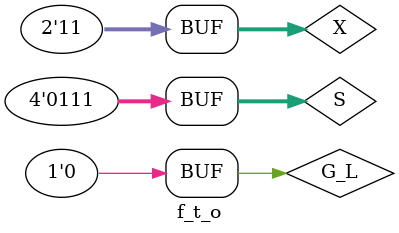
<source format=v>
`timescale 1ns / 1ps


module f_t_o;

	// Inputs
	reg G_L;
	reg [3:0] S;
	reg [1:0] X;

	// Outputs
	wire Y;

	// Instantiate the Unit Under Test (UUT)
	four_to_one uut (
		.G_L(G_L), 
		.S(S), 
		.X(X), 
		.Y(Y)
	);

	initial begin
		// Initialize Inputs
		G_L = 0;
		S = 4'b0111;
		X = 0;

		// Wait 100 ns for global reset to finish
		X=2'b00;
		#100;
		X=2'b01;
		#100;
		X=2'b10;
		#100;
		X=2'b11;
		#100;
		// Add stimulus here

	end
      
endmodule


</source>
